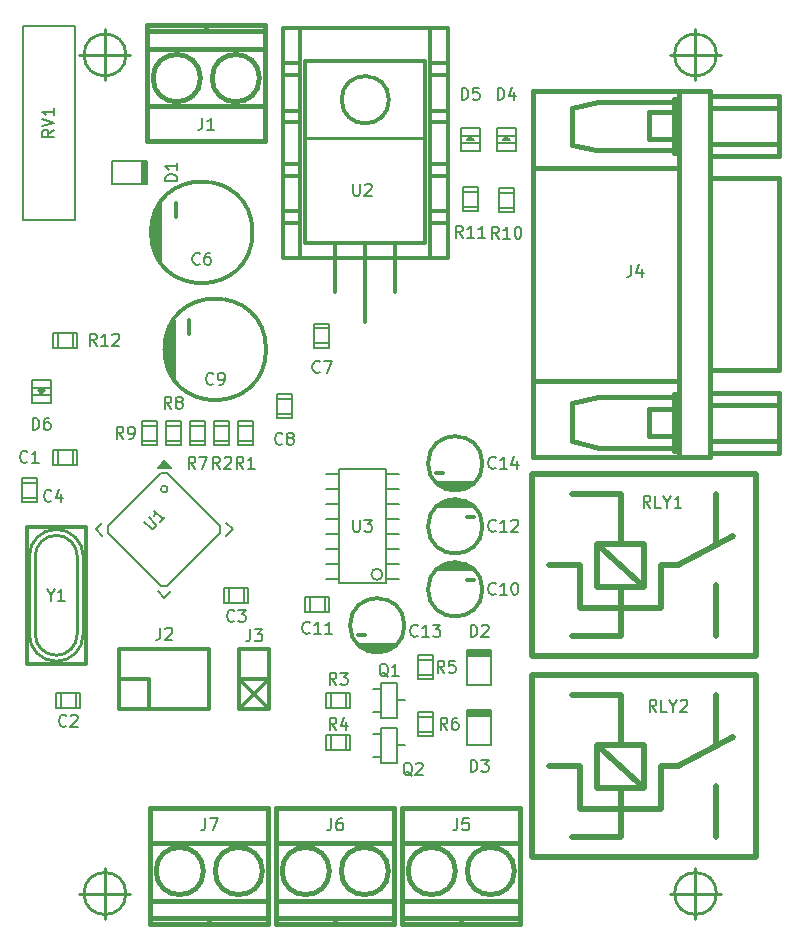
<source format=gto>
G04 #@! TF.FileFunction,Legend,Top*
%FSLAX46Y46*%
G04 Gerber Fmt 4.6, Leading zero omitted, Abs format (unit mm)*
G04 Created by KiCad (PCBNEW 4.0.6) date 12/06/17 14:38:59*
%MOMM*%
%LPD*%
G01*
G04 APERTURE LIST*
%ADD10C,0.100000*%
%ADD11C,0.254000*%
%ADD12C,0.127000*%
%ADD13C,0.304800*%
%ADD14C,0.300000*%
%ADD15C,0.381000*%
%ADD16C,0.508000*%
%ADD17C,0.203200*%
%ADD18C,0.149860*%
%ADD19C,0.299720*%
%ADD20C,0.150000*%
G04 APERTURE END LIST*
D10*
D11*
X78000000Y-15841000D02*
X78000000Y-20159000D01*
X75841000Y-18000000D02*
X80159000Y-18000000D01*
X79778000Y-18000000D02*
G75*
G03X79778000Y-18000000I-1778000J0D01*
G01*
X28000000Y-15841000D02*
X28000000Y-20159000D01*
X25841000Y-18000000D02*
X30159000Y-18000000D01*
X29778000Y-18000000D02*
G75*
G03X29778000Y-18000000I-1778000J0D01*
G01*
X28000000Y-86841000D02*
X28000000Y-91159000D01*
X25841000Y-89000000D02*
X30159000Y-89000000D01*
X29778000Y-89000000D02*
G75*
G03X29778000Y-89000000I-1778000J0D01*
G01*
D12*
X22606000Y-46682660D02*
X22905720Y-46382940D01*
X22905720Y-46382940D02*
X22306280Y-46382940D01*
X22306280Y-46382940D02*
X22606000Y-46682660D01*
X22506940Y-46581060D02*
X22705060Y-46581060D01*
X22806660Y-46482000D02*
X22405340Y-46482000D01*
X21805900Y-46781720D02*
X23406100Y-46781720D01*
X23406100Y-46182280D02*
X21805900Y-46182280D01*
X23406100Y-45481240D02*
X23406100Y-47482760D01*
X23406100Y-47482760D02*
X21805900Y-47482760D01*
X21805900Y-47482760D02*
X21805900Y-45481240D01*
X21805900Y-45481240D02*
X23406100Y-45481240D01*
X58928000Y-24945340D02*
X58628280Y-25245060D01*
X58628280Y-25245060D02*
X59227720Y-25245060D01*
X59227720Y-25245060D02*
X58928000Y-24945340D01*
X59027060Y-25046940D02*
X58828940Y-25046940D01*
X58727340Y-25146000D02*
X59128660Y-25146000D01*
X59728100Y-24846280D02*
X58127900Y-24846280D01*
X58127900Y-25445720D02*
X59728100Y-25445720D01*
X58127900Y-26146760D02*
X58127900Y-24145240D01*
X58127900Y-24145240D02*
X59728100Y-24145240D01*
X59728100Y-24145240D02*
X59728100Y-26146760D01*
X59728100Y-26146760D02*
X58127900Y-26146760D01*
X61976000Y-24945340D02*
X61676280Y-25245060D01*
X61676280Y-25245060D02*
X62275720Y-25245060D01*
X62275720Y-25245060D02*
X61976000Y-24945340D01*
X62075060Y-25046940D02*
X61876940Y-25046940D01*
X61775340Y-25146000D02*
X62176660Y-25146000D01*
X62776100Y-24846280D02*
X61175900Y-24846280D01*
X61175900Y-25445720D02*
X62776100Y-25445720D01*
X61175900Y-26146760D02*
X61175900Y-24145240D01*
X61175900Y-24145240D02*
X62776100Y-24145240D01*
X62776100Y-24145240D02*
X62776100Y-26146760D01*
X62776100Y-26146760D02*
X61175900Y-26146760D01*
D13*
X52038432Y-21793200D02*
G75*
G03X52038432Y-21793200I-2000432J0D01*
G01*
X55537100Y-32217360D02*
X57038240Y-32217360D01*
X55537100Y-31219140D02*
X57038240Y-31219140D01*
X55537100Y-28216860D02*
X57038240Y-28216860D01*
X55537100Y-27218640D02*
X57038240Y-27218640D01*
X55537100Y-23718520D02*
X57038240Y-23718520D01*
X55537100Y-22717760D02*
X57038240Y-22717760D01*
X55537100Y-19718020D02*
X57038240Y-19718020D01*
X55537100Y-18717260D02*
X57038240Y-18717260D01*
X43037760Y-18717260D02*
X44538900Y-18717260D01*
X43037760Y-19718020D02*
X44538900Y-19718020D01*
X43037760Y-22717760D02*
X44538900Y-22717760D01*
X43037760Y-23718520D02*
X44538900Y-23718520D01*
X43037760Y-27218640D02*
X44538900Y-27218640D01*
X43037760Y-28216860D02*
X44538900Y-28216860D01*
X43037760Y-31219140D02*
X44538900Y-31219140D01*
X43037760Y-32217360D02*
X44538900Y-32217360D01*
X55537100Y-15717520D02*
X55537100Y-35217100D01*
X44538900Y-35217100D02*
X44538900Y-15717520D01*
X43037760Y-35217100D02*
X57038240Y-35217100D01*
X57038240Y-35217100D02*
X57038240Y-15717520D01*
X57038240Y-15717520D02*
X43037760Y-15717520D01*
X43037760Y-15717520D02*
X43037760Y-35217100D01*
X50038000Y-33909000D02*
X50038000Y-40640000D01*
X52578000Y-38100000D02*
X52578000Y-33909000D01*
X47498000Y-38100000D02*
X47498000Y-33909000D01*
X44958000Y-33909000D02*
X55118000Y-33909000D01*
X55118000Y-18542000D02*
X44958000Y-18542000D01*
X55118000Y-33909000D02*
X55118000Y-18542000D01*
X44958000Y-18542000D02*
X44958000Y-33909000D01*
D11*
X55118000Y-25019000D02*
X44958000Y-25019000D01*
D12*
X31498540Y-28940760D02*
X31498540Y-26939240D01*
X31399480Y-26939240D02*
X31399480Y-28940760D01*
X31297880Y-28940760D02*
X31297880Y-26939240D01*
X31198820Y-26939240D02*
X31198820Y-28940760D01*
X31099760Y-26939240D02*
X31099760Y-28940760D01*
X31600140Y-26939240D02*
X28597860Y-26939240D01*
X28597860Y-26939240D02*
X28597860Y-28940760D01*
X28597860Y-28940760D02*
X31600140Y-28940760D01*
X31600140Y-28940760D02*
X31600140Y-26939240D01*
X25273000Y-51435000D02*
X25273000Y-52705000D01*
X24003000Y-51435000D02*
X24003000Y-52679600D01*
X23622000Y-51435000D02*
X25654000Y-51435000D01*
X25654000Y-51435000D02*
X25654000Y-52705000D01*
X25654000Y-52705000D02*
X23622000Y-52705000D01*
X23622000Y-52705000D02*
X23622000Y-51435000D01*
X24257000Y-73279000D02*
X24257000Y-72009000D01*
X25527000Y-73279000D02*
X25527000Y-72034400D01*
X25908000Y-73279000D02*
X23876000Y-73279000D01*
X23876000Y-73279000D02*
X23876000Y-72009000D01*
X23876000Y-72009000D02*
X25908000Y-72009000D01*
X25908000Y-72009000D02*
X25908000Y-73279000D01*
X38481000Y-64389000D02*
X38481000Y-63119000D01*
X39751000Y-64389000D02*
X39751000Y-63144400D01*
X40132000Y-64389000D02*
X38100000Y-64389000D01*
X38100000Y-64389000D02*
X38100000Y-63119000D01*
X38100000Y-63119000D02*
X40132000Y-63119000D01*
X40132000Y-63119000D02*
X40132000Y-64389000D01*
X22225000Y-55499000D02*
X20955000Y-55499000D01*
X22225000Y-54229000D02*
X20980400Y-54229000D01*
X22225000Y-53848000D02*
X22225000Y-55880000D01*
X22225000Y-55880000D02*
X20955000Y-55880000D01*
X20955000Y-55880000D02*
X20955000Y-53848000D01*
X20955000Y-53848000D02*
X22225000Y-53848000D01*
D13*
X32695000Y-35420000D02*
X32695000Y-30620000D01*
X40495000Y-33020000D02*
G75*
G03X40495000Y-33020000I-4300000J0D01*
G01*
X32495000Y-34820000D02*
X32495000Y-31220000D01*
X32295000Y-34420000D02*
X32295000Y-31620000D01*
X32095000Y-33820000D02*
X32095000Y-32120000D01*
D14*
X33995000Y-31720000D02*
X33995000Y-30520000D01*
D12*
X45720000Y-41148000D02*
X46990000Y-41148000D01*
X45720000Y-42418000D02*
X46964600Y-42418000D01*
X45720000Y-42799000D02*
X45720000Y-40767000D01*
X45720000Y-40767000D02*
X46990000Y-40767000D01*
X46990000Y-40767000D02*
X46990000Y-42799000D01*
X46990000Y-42799000D02*
X45720000Y-42799000D01*
X42545000Y-47117000D02*
X43815000Y-47117000D01*
X42545000Y-48387000D02*
X43789600Y-48387000D01*
X42545000Y-48768000D02*
X42545000Y-46736000D01*
X42545000Y-46736000D02*
X43815000Y-46736000D01*
X43815000Y-46736000D02*
X43815000Y-48768000D01*
X43815000Y-48768000D02*
X42545000Y-48768000D01*
D13*
X33838000Y-45326000D02*
X33838000Y-40526000D01*
X41638000Y-42926000D02*
G75*
G03X41638000Y-42926000I-4300000J0D01*
G01*
X33638000Y-44726000D02*
X33638000Y-41126000D01*
X33438000Y-44326000D02*
X33438000Y-41526000D01*
X33238000Y-43726000D02*
X33238000Y-42026000D01*
D14*
X35138000Y-41626000D02*
X35138000Y-40426000D01*
D12*
X46609000Y-63881000D02*
X46609000Y-65151000D01*
X45339000Y-63881000D02*
X45339000Y-65125600D01*
X44958000Y-63881000D02*
X46990000Y-63881000D01*
X46990000Y-63881000D02*
X46990000Y-65151000D01*
X46990000Y-65151000D02*
X44958000Y-65151000D01*
X44958000Y-65151000D02*
X44958000Y-63881000D01*
X60690760Y-68450460D02*
X58689240Y-68450460D01*
X58689240Y-68549520D02*
X60690760Y-68549520D01*
X60690760Y-68651120D02*
X58689240Y-68651120D01*
X58689240Y-68750180D02*
X60690760Y-68750180D01*
X58689240Y-68849240D02*
X60690760Y-68849240D01*
X58689240Y-68348860D02*
X58689240Y-71351140D01*
X58689240Y-71351140D02*
X60690760Y-71351140D01*
X60690760Y-71351140D02*
X60690760Y-68348860D01*
X60690760Y-68348860D02*
X58689240Y-68348860D01*
X60690760Y-73530460D02*
X58689240Y-73530460D01*
X58689240Y-73629520D02*
X60690760Y-73629520D01*
X60690760Y-73731120D02*
X58689240Y-73731120D01*
X58689240Y-73830180D02*
X60690760Y-73830180D01*
X58689240Y-73929240D02*
X60690760Y-73929240D01*
X58689240Y-73428860D02*
X58689240Y-76431140D01*
X58689240Y-76431140D02*
X60690760Y-76431140D01*
X60690760Y-76431140D02*
X60690760Y-73428860D01*
X60690760Y-73428860D02*
X58689240Y-73428860D01*
D15*
X36576000Y-15966000D02*
X36576000Y-15466000D01*
X36076000Y-19966000D02*
G75*
G03X36076000Y-19966000I-2000000J0D01*
G01*
X41076000Y-19966000D02*
G75*
G03X41076000Y-19966000I-2000000J0D01*
G01*
X41576000Y-17466000D02*
X31576000Y-17466000D01*
X41576000Y-22366000D02*
X31576000Y-22366000D01*
X41576000Y-15966000D02*
X31576000Y-15966000D01*
X41576000Y-15466000D02*
X31576000Y-15466000D01*
X31576000Y-15466000D02*
X31576000Y-25266000D01*
X31576000Y-25266000D02*
X41576000Y-25266000D01*
X41576000Y-25266000D02*
X41576000Y-15466000D01*
D13*
X29210000Y-68326000D02*
X36830000Y-68326000D01*
X36830000Y-68326000D02*
X36830000Y-73406000D01*
X36830000Y-73406000D02*
X29210000Y-73406000D01*
X29210000Y-70866000D02*
X31750000Y-70866000D01*
X31750000Y-70866000D02*
X31750000Y-73406000D01*
X29210000Y-68326000D02*
X29210000Y-73406000D01*
X39370000Y-70866000D02*
X41910000Y-70866000D01*
X41910000Y-70866000D02*
X39370000Y-73406000D01*
X41910000Y-73406000D02*
X39370000Y-70866000D01*
X41910000Y-68326000D02*
X41910000Y-73406000D01*
X39370000Y-73406000D02*
X39370000Y-68326000D01*
X41910000Y-73406000D02*
X39370000Y-73406000D01*
X39370000Y-68326000D02*
X41910000Y-68326000D01*
D15*
X76200000Y-26035000D02*
X69596000Y-26035000D01*
X69596000Y-26035000D02*
X67564000Y-25654000D01*
X67564000Y-25654000D02*
X67564000Y-22479000D01*
X67564000Y-22479000D02*
X69723000Y-21971000D01*
X69723000Y-21971000D02*
X76200000Y-21971000D01*
X67564000Y-47498000D02*
X69723000Y-46990000D01*
X69723000Y-46990000D02*
X76200000Y-46990000D01*
X76200000Y-51308000D02*
X69850000Y-51308000D01*
X69850000Y-51308000D02*
X67564000Y-50673000D01*
X67564000Y-50673000D02*
X67564000Y-47498000D01*
X76200000Y-21717000D02*
X76200000Y-26289000D01*
X76200000Y-26289000D02*
X76454000Y-26289000D01*
X76454000Y-26289000D02*
X76454000Y-21717000D01*
X76454000Y-21717000D02*
X76200000Y-21717000D01*
X76200000Y-46736000D02*
X76200000Y-51562000D01*
X76200000Y-51562000D02*
X76454000Y-51562000D01*
X76454000Y-51562000D02*
X76454000Y-46736000D01*
X76454000Y-46736000D02*
X76200000Y-46736000D01*
X76581000Y-25146000D02*
X74041000Y-25146000D01*
X74041000Y-25146000D02*
X74041000Y-22860000D01*
X74041000Y-22860000D02*
X76581000Y-22860000D01*
X76581000Y-50292000D02*
X74041000Y-50292000D01*
X74041000Y-50292000D02*
X74041000Y-48006000D01*
X74041000Y-48006000D02*
X76581000Y-48006000D01*
X76581000Y-27559000D02*
X64262000Y-27559000D01*
X76581000Y-45593000D02*
X64262000Y-45593000D01*
X76581000Y-52070000D02*
X76581000Y-21082000D01*
X79248000Y-47625000D02*
X85090000Y-47625000D01*
X79248000Y-50673000D02*
X85090000Y-50673000D01*
X79248000Y-22479000D02*
X85090000Y-22479000D01*
X79248000Y-25527000D02*
X85090000Y-25527000D01*
X79248000Y-26543000D02*
X85090000Y-26543000D01*
X85090000Y-26543000D02*
X85090000Y-21463000D01*
X85090000Y-21463000D02*
X79375000Y-21463000D01*
X79248000Y-51689000D02*
X85090000Y-51689000D01*
X85090000Y-51689000D02*
X85090000Y-46609000D01*
X85090000Y-46609000D02*
X79375000Y-46609000D01*
X79248000Y-44704000D02*
X85090000Y-44704000D01*
X85090000Y-44704000D02*
X85090000Y-28448000D01*
X85090000Y-28448000D02*
X79248000Y-28448000D01*
X79248000Y-52070000D02*
X79248000Y-21082000D01*
X79248000Y-21082000D02*
X64262000Y-21082000D01*
X64262000Y-21082000D02*
X64262000Y-52070000D01*
X64262000Y-52070000D02*
X79248000Y-52070000D01*
X58166000Y-91095000D02*
X58166000Y-91595000D01*
X62666000Y-87095000D02*
G75*
G03X62666000Y-87095000I-2000000J0D01*
G01*
X57666000Y-87095000D02*
G75*
G03X57666000Y-87095000I-2000000J0D01*
G01*
X53166000Y-89595000D02*
X63166000Y-89595000D01*
X53166000Y-84695000D02*
X63166000Y-84695000D01*
X53166000Y-91095000D02*
X63166000Y-91095000D01*
X53166000Y-91595000D02*
X63166000Y-91595000D01*
X63166000Y-91595000D02*
X63166000Y-81795000D01*
X63166000Y-81795000D02*
X53166000Y-81795000D01*
X53166000Y-81795000D02*
X53166000Y-91595000D01*
X47498000Y-91095000D02*
X47498000Y-91595000D01*
X51998000Y-87095000D02*
G75*
G03X51998000Y-87095000I-2000000J0D01*
G01*
X46998000Y-87095000D02*
G75*
G03X46998000Y-87095000I-2000000J0D01*
G01*
X42498000Y-89595000D02*
X52498000Y-89595000D01*
X42498000Y-84695000D02*
X52498000Y-84695000D01*
X42498000Y-91095000D02*
X52498000Y-91095000D01*
X42498000Y-91595000D02*
X52498000Y-91595000D01*
X52498000Y-91595000D02*
X52498000Y-81795000D01*
X52498000Y-81795000D02*
X42498000Y-81795000D01*
X42498000Y-81795000D02*
X42498000Y-91595000D01*
X36830000Y-91095000D02*
X36830000Y-91595000D01*
X41330000Y-87095000D02*
G75*
G03X41330000Y-87095000I-2000000J0D01*
G01*
X36330000Y-87095000D02*
G75*
G03X36330000Y-87095000I-2000000J0D01*
G01*
X31830000Y-89595000D02*
X41830000Y-89595000D01*
X31830000Y-84695000D02*
X41830000Y-84695000D01*
X31830000Y-91095000D02*
X41830000Y-91095000D01*
X31830000Y-91595000D02*
X41830000Y-91595000D01*
X41830000Y-91595000D02*
X41830000Y-81795000D01*
X41830000Y-81795000D02*
X31830000Y-81795000D01*
X31830000Y-81795000D02*
X31830000Y-91595000D01*
D12*
X51371500Y-73596500D02*
X50711100Y-73596500D01*
X51371500Y-71691500D02*
X50711100Y-71691500D01*
X52768500Y-72644000D02*
X53428900Y-72644000D01*
X52768500Y-71145400D02*
X52768500Y-74142600D01*
X52768500Y-74142600D02*
X51371500Y-74142600D01*
X51371500Y-74142600D02*
X51371500Y-71145400D01*
X51371500Y-71145400D02*
X52768500Y-71145400D01*
X51371500Y-77406500D02*
X50711100Y-77406500D01*
X51371500Y-75501500D02*
X50711100Y-75501500D01*
X52768500Y-76454000D02*
X53428900Y-76454000D01*
X52768500Y-74955400D02*
X52768500Y-77952600D01*
X52768500Y-77952600D02*
X51371500Y-77952600D01*
X51371500Y-77952600D02*
X51371500Y-74955400D01*
X51371500Y-74955400D02*
X52768500Y-74955400D01*
X39243000Y-49403000D02*
X40513000Y-49403000D01*
X39243000Y-50673000D02*
X40487600Y-50673000D01*
X39243000Y-51054000D02*
X39243000Y-49022000D01*
X39243000Y-49022000D02*
X40513000Y-49022000D01*
X40513000Y-49022000D02*
X40513000Y-51054000D01*
X40513000Y-51054000D02*
X39243000Y-51054000D01*
X37211000Y-49403000D02*
X38481000Y-49403000D01*
X37211000Y-50673000D02*
X38455600Y-50673000D01*
X37211000Y-51054000D02*
X37211000Y-49022000D01*
X37211000Y-49022000D02*
X38481000Y-49022000D01*
X38481000Y-49022000D02*
X38481000Y-51054000D01*
X38481000Y-51054000D02*
X37211000Y-51054000D01*
X48387000Y-72009000D02*
X48387000Y-73279000D01*
X47117000Y-72009000D02*
X47117000Y-73253600D01*
X46736000Y-72009000D02*
X48768000Y-72009000D01*
X48768000Y-72009000D02*
X48768000Y-73279000D01*
X48768000Y-73279000D02*
X46736000Y-73279000D01*
X46736000Y-73279000D02*
X46736000Y-72009000D01*
X48387000Y-75565000D02*
X48387000Y-76835000D01*
X47117000Y-75565000D02*
X47117000Y-76809600D01*
X46736000Y-75565000D02*
X48768000Y-75565000D01*
X48768000Y-75565000D02*
X48768000Y-76835000D01*
X48768000Y-76835000D02*
X46736000Y-76835000D01*
X46736000Y-76835000D02*
X46736000Y-75565000D01*
X55753000Y-70485000D02*
X54483000Y-70485000D01*
X55753000Y-69215000D02*
X54508400Y-69215000D01*
X55753000Y-68834000D02*
X55753000Y-70866000D01*
X55753000Y-70866000D02*
X54483000Y-70866000D01*
X54483000Y-70866000D02*
X54483000Y-68834000D01*
X54483000Y-68834000D02*
X55753000Y-68834000D01*
X55753000Y-75311000D02*
X54483000Y-75311000D01*
X55753000Y-74041000D02*
X54508400Y-74041000D01*
X55753000Y-73660000D02*
X55753000Y-75692000D01*
X55753000Y-75692000D02*
X54483000Y-75692000D01*
X54483000Y-75692000D02*
X54483000Y-73660000D01*
X54483000Y-73660000D02*
X55753000Y-73660000D01*
X35179000Y-49403000D02*
X36449000Y-49403000D01*
X35179000Y-50673000D02*
X36423600Y-50673000D01*
X35179000Y-51054000D02*
X35179000Y-49022000D01*
X35179000Y-49022000D02*
X36449000Y-49022000D01*
X36449000Y-49022000D02*
X36449000Y-51054000D01*
X36449000Y-51054000D02*
X35179000Y-51054000D01*
X33147000Y-49403000D02*
X34417000Y-49403000D01*
X33147000Y-50673000D02*
X34391600Y-50673000D01*
X33147000Y-51054000D02*
X33147000Y-49022000D01*
X33147000Y-49022000D02*
X34417000Y-49022000D01*
X34417000Y-49022000D02*
X34417000Y-51054000D01*
X34417000Y-51054000D02*
X33147000Y-51054000D01*
D16*
X83160000Y-68914000D02*
X83160000Y-53514000D01*
X64160000Y-68914000D02*
X83160000Y-68914000D01*
X64160000Y-53514000D02*
X83160000Y-53514000D01*
X64160000Y-68914000D02*
X64160000Y-53514000D01*
X79760000Y-62914000D02*
X79760000Y-67214000D01*
X79760000Y-55214000D02*
X79760000Y-59514000D01*
X75060000Y-61214000D02*
X76560000Y-61214000D01*
X76560000Y-61214000D02*
X81160000Y-58714000D01*
X75060000Y-64814000D02*
X68260000Y-64814000D01*
X75060000Y-61214000D02*
X75060000Y-64814000D01*
X65560000Y-61214000D02*
X68260000Y-61214000D01*
X68260000Y-61214000D02*
X68260000Y-64814000D01*
X67560000Y-67214000D02*
X71660000Y-67214000D01*
X67560000Y-55214000D02*
X71660000Y-55214000D01*
X71660000Y-55214000D02*
X71660000Y-59414000D01*
X71660000Y-63014000D02*
X71660000Y-67214000D01*
X73660000Y-63014000D02*
X69660000Y-59414000D01*
X69660000Y-63014000D02*
X69660000Y-59414000D01*
X69660000Y-59414000D02*
X73660000Y-59414000D01*
X73660000Y-59414000D02*
X73660000Y-63014000D01*
X73660000Y-63014000D02*
X69660000Y-63014000D01*
X83160000Y-85932000D02*
X83160000Y-70532000D01*
X64160000Y-85932000D02*
X83160000Y-85932000D01*
X64160000Y-70532000D02*
X83160000Y-70532000D01*
X64160000Y-85932000D02*
X64160000Y-70532000D01*
X79760000Y-79932000D02*
X79760000Y-84232000D01*
X79760000Y-72232000D02*
X79760000Y-76532000D01*
X75060000Y-78232000D02*
X76560000Y-78232000D01*
X76560000Y-78232000D02*
X81160000Y-75732000D01*
X75060000Y-81832000D02*
X68260000Y-81832000D01*
X75060000Y-78232000D02*
X75060000Y-81832000D01*
X65560000Y-78232000D02*
X68260000Y-78232000D01*
X68260000Y-78232000D02*
X68260000Y-81832000D01*
X67560000Y-84232000D02*
X71660000Y-84232000D01*
X67560000Y-72232000D02*
X71660000Y-72232000D01*
X71660000Y-72232000D02*
X71660000Y-76432000D01*
X71660000Y-80032000D02*
X71660000Y-84232000D01*
X73660000Y-80032000D02*
X69660000Y-76432000D01*
X69660000Y-80032000D02*
X69660000Y-76432000D01*
X69660000Y-76432000D02*
X73660000Y-76432000D01*
X73660000Y-76432000D02*
X73660000Y-80032000D01*
X73660000Y-80032000D02*
X69660000Y-80032000D01*
D17*
X25441000Y-15549000D02*
X25441000Y-31949000D01*
X25441000Y-31949000D02*
X21041000Y-31949000D01*
X21041000Y-31949000D02*
X21041000Y-15549000D01*
X21041000Y-15549000D02*
X25441000Y-15549000D01*
D18*
X32878112Y-52510235D02*
X33161888Y-52510235D01*
X33301980Y-52650327D02*
X32738020Y-52650327D01*
X32596132Y-52792215D02*
X33443868Y-52792215D01*
X32454244Y-52934103D02*
X33020000Y-52368347D01*
X33020000Y-52368347D02*
X33585756Y-52934103D01*
X33585756Y-52934103D02*
X32454244Y-52934103D01*
X27788103Y-58731756D02*
X27222347Y-58166000D01*
X27222347Y-58166000D02*
X27788103Y-57600244D01*
X33585756Y-63397897D02*
X33020000Y-63963653D01*
X33020000Y-63963653D02*
X32454244Y-63397897D01*
X38251897Y-57600244D02*
X38817653Y-58166000D01*
X38817653Y-58166000D02*
X38251897Y-58731756D01*
D12*
X33303981Y-54753503D02*
G75*
G03X33303981Y-54753503I-283981J0D01*
G01*
X28260464Y-58435408D02*
X28260464Y-57896592D01*
X28260464Y-57896592D02*
X32750592Y-53406464D01*
X32750592Y-53406464D02*
X33289408Y-53406464D01*
X33289408Y-53406464D02*
X37779536Y-57896592D01*
X37779536Y-57896592D02*
X37779536Y-58435408D01*
X37779536Y-58435408D02*
X33289408Y-62925536D01*
X33289408Y-62925536D02*
X32750592Y-62925536D01*
X32750592Y-62925536D02*
X28260464Y-58435408D01*
X47802800Y-59817000D02*
X46710600Y-59817000D01*
X47802800Y-58547000D02*
X46710600Y-58547000D01*
X47802800Y-57277000D02*
X46710600Y-57277000D01*
X47802800Y-61087000D02*
X46710600Y-61087000D01*
X46710600Y-62357000D02*
X47802800Y-62357000D01*
X46710600Y-56007000D02*
X47802800Y-56007000D01*
X46710600Y-54737000D02*
X47802800Y-54737000D01*
X46710600Y-53467000D02*
X47802800Y-53467000D01*
X51765200Y-53467000D02*
X52857400Y-53467000D01*
X51765200Y-54737000D02*
X52857400Y-54737000D01*
X51765200Y-56007000D02*
X52857400Y-56007000D01*
X51765200Y-62357000D02*
X52857400Y-62357000D01*
X52857400Y-61087000D02*
X51765200Y-61087000D01*
X52857400Y-57277000D02*
X51765200Y-57277000D01*
X52857400Y-58547000D02*
X51765200Y-58547000D01*
X52857400Y-59817000D02*
X51765200Y-59817000D01*
X51501067Y-61976000D02*
G75*
G03X51501067Y-61976000I-472467J0D01*
G01*
X47802800Y-62738000D02*
X51765200Y-62738000D01*
X51765200Y-62738000D02*
X51765200Y-53086000D01*
X51765200Y-53086000D02*
X47802800Y-53086000D01*
X47802800Y-53086000D02*
X47802800Y-62738000D01*
D19*
X21376640Y-69552820D02*
X26375360Y-69552820D01*
X26375360Y-69552820D02*
X26375360Y-57955180D01*
X26375360Y-57955180D02*
X21376640Y-57955180D01*
X21376640Y-57955180D02*
X21376640Y-69552820D01*
D11*
X23876000Y-58166000D02*
G75*
G03X21590000Y-60452000I0J-2286000D01*
G01*
X25654000Y-67056000D02*
X25654000Y-60452000D01*
X22098000Y-60452000D02*
X22098000Y-67056000D01*
X25654000Y-60452000D02*
G75*
G03X23876000Y-58674000I-1778000J0D01*
G01*
X23876000Y-58674000D02*
G75*
G03X22098000Y-60452000I0J-1778000D01*
G01*
X23876000Y-68834000D02*
G75*
G03X25654000Y-67056000I0J1778000D01*
G01*
X22098000Y-67056000D02*
G75*
G03X23876000Y-68834000I1778000J0D01*
G01*
X26162000Y-60452000D02*
G75*
G03X23876000Y-58166000I-2286000J0D01*
G01*
X26162000Y-60452000D02*
X26162000Y-67056000D01*
X21590000Y-67056000D02*
X21590000Y-60452000D01*
X23876000Y-69342000D02*
G75*
G03X26162000Y-67056000I0J2286000D01*
G01*
X21590000Y-67056000D02*
G75*
G03X23876000Y-69342000I2286000J0D01*
G01*
D12*
X32385000Y-50673000D02*
X31115000Y-50673000D01*
X32385000Y-49403000D02*
X31140400Y-49403000D01*
X32385000Y-49022000D02*
X32385000Y-51054000D01*
X32385000Y-51054000D02*
X31115000Y-51054000D01*
X31115000Y-51054000D02*
X31115000Y-49022000D01*
X31115000Y-49022000D02*
X32385000Y-49022000D01*
D13*
X56958000Y-61146000D02*
X58358000Y-61146000D01*
X56458000Y-61346000D02*
X58858000Y-61346000D01*
X56158000Y-61546000D02*
X59158000Y-61546000D01*
D14*
X58658000Y-62446000D02*
X59258000Y-62446000D01*
D13*
X59958000Y-63246000D02*
G75*
G03X59958000Y-63246000I-2300000J0D01*
G01*
X56958000Y-55812000D02*
X58358000Y-55812000D01*
X56458000Y-56012000D02*
X58858000Y-56012000D01*
X56158000Y-56212000D02*
X59158000Y-56212000D01*
D14*
X58658000Y-57112000D02*
X59258000Y-57112000D01*
D13*
X59958000Y-57912000D02*
G75*
G03X59958000Y-57912000I-2300000J0D01*
G01*
X51754000Y-68394000D02*
X50354000Y-68394000D01*
X52254000Y-68194000D02*
X49854000Y-68194000D01*
X52554000Y-67994000D02*
X49554000Y-67994000D01*
D14*
X50054000Y-67094000D02*
X49454000Y-67094000D01*
D13*
X53354000Y-66294000D02*
G75*
G03X53354000Y-66294000I-2300000J0D01*
G01*
X58358000Y-54678000D02*
X56958000Y-54678000D01*
X58858000Y-54478000D02*
X56458000Y-54478000D01*
X59158000Y-54278000D02*
X56158000Y-54278000D01*
D14*
X56658000Y-53378000D02*
X56058000Y-53378000D01*
D13*
X59958000Y-52578000D02*
G75*
G03X59958000Y-52578000I-2300000J0D01*
G01*
D12*
X61365000Y-29665000D02*
X62635000Y-29665000D01*
X61365000Y-30935000D02*
X62609600Y-30935000D01*
X61365000Y-31316000D02*
X61365000Y-29284000D01*
X61365000Y-29284000D02*
X62635000Y-29284000D01*
X62635000Y-29284000D02*
X62635000Y-31316000D01*
X62635000Y-31316000D02*
X61365000Y-31316000D01*
X58293000Y-29591000D02*
X59563000Y-29591000D01*
X58293000Y-30861000D02*
X59537600Y-30861000D01*
X58293000Y-31242000D02*
X58293000Y-29210000D01*
X58293000Y-29210000D02*
X59563000Y-29210000D01*
X59563000Y-29210000D02*
X59563000Y-31242000D01*
X59563000Y-31242000D02*
X58293000Y-31242000D01*
X24003000Y-42799000D02*
X24003000Y-41529000D01*
X25273000Y-42799000D02*
X25273000Y-41554400D01*
X25654000Y-42799000D02*
X23622000Y-42799000D01*
X23622000Y-42799000D02*
X23622000Y-41529000D01*
X23622000Y-41529000D02*
X25654000Y-41529000D01*
X25654000Y-41529000D02*
X25654000Y-42799000D01*
D11*
X78000000Y-86841000D02*
X78000000Y-91159000D01*
X75841000Y-89000000D02*
X80159000Y-89000000D01*
X79778000Y-89000000D02*
G75*
G03X79778000Y-89000000I-1778000J0D01*
G01*
D20*
X21867905Y-49728381D02*
X21867905Y-48728381D01*
X22106000Y-48728381D01*
X22248858Y-48776000D01*
X22344096Y-48871238D01*
X22391715Y-48966476D01*
X22439334Y-49156952D01*
X22439334Y-49299810D01*
X22391715Y-49490286D01*
X22344096Y-49585524D01*
X22248858Y-49680762D01*
X22106000Y-49728381D01*
X21867905Y-49728381D01*
X23296477Y-48728381D02*
X23106000Y-48728381D01*
X23010762Y-48776000D01*
X22963143Y-48823619D01*
X22867905Y-48966476D01*
X22820286Y-49156952D01*
X22820286Y-49537905D01*
X22867905Y-49633143D01*
X22915524Y-49680762D01*
X23010762Y-49728381D01*
X23201239Y-49728381D01*
X23296477Y-49680762D01*
X23344096Y-49633143D01*
X23391715Y-49537905D01*
X23391715Y-49299810D01*
X23344096Y-49204571D01*
X23296477Y-49156952D01*
X23201239Y-49109333D01*
X23010762Y-49109333D01*
X22915524Y-49156952D01*
X22867905Y-49204571D01*
X22820286Y-49299810D01*
X58189905Y-21788381D02*
X58189905Y-20788381D01*
X58428000Y-20788381D01*
X58570858Y-20836000D01*
X58666096Y-20931238D01*
X58713715Y-21026476D01*
X58761334Y-21216952D01*
X58761334Y-21359810D01*
X58713715Y-21550286D01*
X58666096Y-21645524D01*
X58570858Y-21740762D01*
X58428000Y-21788381D01*
X58189905Y-21788381D01*
X59666096Y-20788381D02*
X59189905Y-20788381D01*
X59142286Y-21264571D01*
X59189905Y-21216952D01*
X59285143Y-21169333D01*
X59523239Y-21169333D01*
X59618477Y-21216952D01*
X59666096Y-21264571D01*
X59713715Y-21359810D01*
X59713715Y-21597905D01*
X59666096Y-21693143D01*
X59618477Y-21740762D01*
X59523239Y-21788381D01*
X59285143Y-21788381D01*
X59189905Y-21740762D01*
X59142286Y-21693143D01*
X61237905Y-21788381D02*
X61237905Y-20788381D01*
X61476000Y-20788381D01*
X61618858Y-20836000D01*
X61714096Y-20931238D01*
X61761715Y-21026476D01*
X61809334Y-21216952D01*
X61809334Y-21359810D01*
X61761715Y-21550286D01*
X61714096Y-21645524D01*
X61618858Y-21740762D01*
X61476000Y-21788381D01*
X61237905Y-21788381D01*
X62666477Y-21121714D02*
X62666477Y-21788381D01*
X62428381Y-20740762D02*
X62190286Y-21455048D01*
X62809334Y-21455048D01*
X49022095Y-28916381D02*
X49022095Y-29725905D01*
X49069714Y-29821143D01*
X49117333Y-29868762D01*
X49212571Y-29916381D01*
X49403048Y-29916381D01*
X49498286Y-29868762D01*
X49545905Y-29821143D01*
X49593524Y-29725905D01*
X49593524Y-28916381D01*
X50022095Y-29011619D02*
X50069714Y-28964000D01*
X50164952Y-28916381D01*
X50403048Y-28916381D01*
X50498286Y-28964000D01*
X50545905Y-29011619D01*
X50593524Y-29106857D01*
X50593524Y-29202095D01*
X50545905Y-29344952D01*
X49974476Y-29916381D01*
X50593524Y-29916381D01*
X34107381Y-28678095D02*
X33107381Y-28678095D01*
X33107381Y-28440000D01*
X33155000Y-28297142D01*
X33250238Y-28201904D01*
X33345476Y-28154285D01*
X33535952Y-28106666D01*
X33678810Y-28106666D01*
X33869286Y-28154285D01*
X33964524Y-28201904D01*
X34059762Y-28297142D01*
X34107381Y-28440000D01*
X34107381Y-28678095D01*
X34107381Y-27154285D02*
X34107381Y-27725714D01*
X34107381Y-27440000D02*
X33107381Y-27440000D01*
X33250238Y-27535238D01*
X33345476Y-27630476D01*
X33393095Y-27725714D01*
X21423334Y-52427143D02*
X21375715Y-52474762D01*
X21232858Y-52522381D01*
X21137620Y-52522381D01*
X20994762Y-52474762D01*
X20899524Y-52379524D01*
X20851905Y-52284286D01*
X20804286Y-52093810D01*
X20804286Y-51950952D01*
X20851905Y-51760476D01*
X20899524Y-51665238D01*
X20994762Y-51570000D01*
X21137620Y-51522381D01*
X21232858Y-51522381D01*
X21375715Y-51570000D01*
X21423334Y-51617619D01*
X22375715Y-52522381D02*
X21804286Y-52522381D01*
X22090000Y-52522381D02*
X22090000Y-51522381D01*
X21994762Y-51665238D01*
X21899524Y-51760476D01*
X21804286Y-51808095D01*
X24725334Y-74779143D02*
X24677715Y-74826762D01*
X24534858Y-74874381D01*
X24439620Y-74874381D01*
X24296762Y-74826762D01*
X24201524Y-74731524D01*
X24153905Y-74636286D01*
X24106286Y-74445810D01*
X24106286Y-74302952D01*
X24153905Y-74112476D01*
X24201524Y-74017238D01*
X24296762Y-73922000D01*
X24439620Y-73874381D01*
X24534858Y-73874381D01*
X24677715Y-73922000D01*
X24725334Y-73969619D01*
X25106286Y-73969619D02*
X25153905Y-73922000D01*
X25249143Y-73874381D01*
X25487239Y-73874381D01*
X25582477Y-73922000D01*
X25630096Y-73969619D01*
X25677715Y-74064857D01*
X25677715Y-74160095D01*
X25630096Y-74302952D01*
X25058667Y-74874381D01*
X25677715Y-74874381D01*
X38949334Y-65889143D02*
X38901715Y-65936762D01*
X38758858Y-65984381D01*
X38663620Y-65984381D01*
X38520762Y-65936762D01*
X38425524Y-65841524D01*
X38377905Y-65746286D01*
X38330286Y-65555810D01*
X38330286Y-65412952D01*
X38377905Y-65222476D01*
X38425524Y-65127238D01*
X38520762Y-65032000D01*
X38663620Y-64984381D01*
X38758858Y-64984381D01*
X38901715Y-65032000D01*
X38949334Y-65079619D01*
X39282667Y-64984381D02*
X39901715Y-64984381D01*
X39568381Y-65365333D01*
X39711239Y-65365333D01*
X39806477Y-65412952D01*
X39854096Y-65460571D01*
X39901715Y-65555810D01*
X39901715Y-65793905D01*
X39854096Y-65889143D01*
X39806477Y-65936762D01*
X39711239Y-65984381D01*
X39425524Y-65984381D01*
X39330286Y-65936762D01*
X39282667Y-65889143D01*
X23455334Y-55729143D02*
X23407715Y-55776762D01*
X23264858Y-55824381D01*
X23169620Y-55824381D01*
X23026762Y-55776762D01*
X22931524Y-55681524D01*
X22883905Y-55586286D01*
X22836286Y-55395810D01*
X22836286Y-55252952D01*
X22883905Y-55062476D01*
X22931524Y-54967238D01*
X23026762Y-54872000D01*
X23169620Y-54824381D01*
X23264858Y-54824381D01*
X23407715Y-54872000D01*
X23455334Y-54919619D01*
X24312477Y-55157714D02*
X24312477Y-55824381D01*
X24074381Y-54776762D02*
X23836286Y-55491048D01*
X24455334Y-55491048D01*
X36028334Y-35663143D02*
X35980715Y-35710762D01*
X35837858Y-35758381D01*
X35742620Y-35758381D01*
X35599762Y-35710762D01*
X35504524Y-35615524D01*
X35456905Y-35520286D01*
X35409286Y-35329810D01*
X35409286Y-35186952D01*
X35456905Y-34996476D01*
X35504524Y-34901238D01*
X35599762Y-34806000D01*
X35742620Y-34758381D01*
X35837858Y-34758381D01*
X35980715Y-34806000D01*
X36028334Y-34853619D01*
X36885477Y-34758381D02*
X36695000Y-34758381D01*
X36599762Y-34806000D01*
X36552143Y-34853619D01*
X36456905Y-34996476D01*
X36409286Y-35186952D01*
X36409286Y-35567905D01*
X36456905Y-35663143D01*
X36504524Y-35710762D01*
X36599762Y-35758381D01*
X36790239Y-35758381D01*
X36885477Y-35710762D01*
X36933096Y-35663143D01*
X36980715Y-35567905D01*
X36980715Y-35329810D01*
X36933096Y-35234571D01*
X36885477Y-35186952D01*
X36790239Y-35139333D01*
X36599762Y-35139333D01*
X36504524Y-35186952D01*
X36456905Y-35234571D01*
X36409286Y-35329810D01*
X46188334Y-44807143D02*
X46140715Y-44854762D01*
X45997858Y-44902381D01*
X45902620Y-44902381D01*
X45759762Y-44854762D01*
X45664524Y-44759524D01*
X45616905Y-44664286D01*
X45569286Y-44473810D01*
X45569286Y-44330952D01*
X45616905Y-44140476D01*
X45664524Y-44045238D01*
X45759762Y-43950000D01*
X45902620Y-43902381D01*
X45997858Y-43902381D01*
X46140715Y-43950000D01*
X46188334Y-43997619D01*
X46521667Y-43902381D02*
X47188334Y-43902381D01*
X46759762Y-44902381D01*
X43013334Y-50903143D02*
X42965715Y-50950762D01*
X42822858Y-50998381D01*
X42727620Y-50998381D01*
X42584762Y-50950762D01*
X42489524Y-50855524D01*
X42441905Y-50760286D01*
X42394286Y-50569810D01*
X42394286Y-50426952D01*
X42441905Y-50236476D01*
X42489524Y-50141238D01*
X42584762Y-50046000D01*
X42727620Y-49998381D01*
X42822858Y-49998381D01*
X42965715Y-50046000D01*
X43013334Y-50093619D01*
X43584762Y-50426952D02*
X43489524Y-50379333D01*
X43441905Y-50331714D01*
X43394286Y-50236476D01*
X43394286Y-50188857D01*
X43441905Y-50093619D01*
X43489524Y-50046000D01*
X43584762Y-49998381D01*
X43775239Y-49998381D01*
X43870477Y-50046000D01*
X43918096Y-50093619D01*
X43965715Y-50188857D01*
X43965715Y-50236476D01*
X43918096Y-50331714D01*
X43870477Y-50379333D01*
X43775239Y-50426952D01*
X43584762Y-50426952D01*
X43489524Y-50474571D01*
X43441905Y-50522190D01*
X43394286Y-50617429D01*
X43394286Y-50807905D01*
X43441905Y-50903143D01*
X43489524Y-50950762D01*
X43584762Y-50998381D01*
X43775239Y-50998381D01*
X43870477Y-50950762D01*
X43918096Y-50903143D01*
X43965715Y-50807905D01*
X43965715Y-50617429D01*
X43918096Y-50522190D01*
X43870477Y-50474571D01*
X43775239Y-50426952D01*
X37171334Y-45823143D02*
X37123715Y-45870762D01*
X36980858Y-45918381D01*
X36885620Y-45918381D01*
X36742762Y-45870762D01*
X36647524Y-45775524D01*
X36599905Y-45680286D01*
X36552286Y-45489810D01*
X36552286Y-45346952D01*
X36599905Y-45156476D01*
X36647524Y-45061238D01*
X36742762Y-44966000D01*
X36885620Y-44918381D01*
X36980858Y-44918381D01*
X37123715Y-44966000D01*
X37171334Y-45013619D01*
X37647524Y-45918381D02*
X37838000Y-45918381D01*
X37933239Y-45870762D01*
X37980858Y-45823143D01*
X38076096Y-45680286D01*
X38123715Y-45489810D01*
X38123715Y-45108857D01*
X38076096Y-45013619D01*
X38028477Y-44966000D01*
X37933239Y-44918381D01*
X37742762Y-44918381D01*
X37647524Y-44966000D01*
X37599905Y-45013619D01*
X37552286Y-45108857D01*
X37552286Y-45346952D01*
X37599905Y-45442190D01*
X37647524Y-45489810D01*
X37742762Y-45537429D01*
X37933239Y-45537429D01*
X38028477Y-45489810D01*
X38076096Y-45442190D01*
X38123715Y-45346952D01*
X45331143Y-66905143D02*
X45283524Y-66952762D01*
X45140667Y-67000381D01*
X45045429Y-67000381D01*
X44902571Y-66952762D01*
X44807333Y-66857524D01*
X44759714Y-66762286D01*
X44712095Y-66571810D01*
X44712095Y-66428952D01*
X44759714Y-66238476D01*
X44807333Y-66143238D01*
X44902571Y-66048000D01*
X45045429Y-66000381D01*
X45140667Y-66000381D01*
X45283524Y-66048000D01*
X45331143Y-66095619D01*
X46283524Y-67000381D02*
X45712095Y-67000381D01*
X45997809Y-67000381D02*
X45997809Y-66000381D01*
X45902571Y-66143238D01*
X45807333Y-66238476D01*
X45712095Y-66286095D01*
X47235905Y-67000381D02*
X46664476Y-67000381D01*
X46950190Y-67000381D02*
X46950190Y-66000381D01*
X46854952Y-66143238D01*
X46759714Y-66238476D01*
X46664476Y-66286095D01*
X58951905Y-67254381D02*
X58951905Y-66254381D01*
X59190000Y-66254381D01*
X59332858Y-66302000D01*
X59428096Y-66397238D01*
X59475715Y-66492476D01*
X59523334Y-66682952D01*
X59523334Y-66825810D01*
X59475715Y-67016286D01*
X59428096Y-67111524D01*
X59332858Y-67206762D01*
X59190000Y-67254381D01*
X58951905Y-67254381D01*
X59904286Y-66349619D02*
X59951905Y-66302000D01*
X60047143Y-66254381D01*
X60285239Y-66254381D01*
X60380477Y-66302000D01*
X60428096Y-66349619D01*
X60475715Y-66444857D01*
X60475715Y-66540095D01*
X60428096Y-66682952D01*
X59856667Y-67254381D01*
X60475715Y-67254381D01*
X58951905Y-78684381D02*
X58951905Y-77684381D01*
X59190000Y-77684381D01*
X59332858Y-77732000D01*
X59428096Y-77827238D01*
X59475715Y-77922476D01*
X59523334Y-78112952D01*
X59523334Y-78255810D01*
X59475715Y-78446286D01*
X59428096Y-78541524D01*
X59332858Y-78636762D01*
X59190000Y-78684381D01*
X58951905Y-78684381D01*
X59856667Y-77684381D02*
X60475715Y-77684381D01*
X60142381Y-78065333D01*
X60285239Y-78065333D01*
X60380477Y-78112952D01*
X60428096Y-78160571D01*
X60475715Y-78255810D01*
X60475715Y-78493905D01*
X60428096Y-78589143D01*
X60380477Y-78636762D01*
X60285239Y-78684381D01*
X59999524Y-78684381D01*
X59904286Y-78636762D01*
X59856667Y-78589143D01*
X36242667Y-23328381D02*
X36242667Y-24042667D01*
X36195047Y-24185524D01*
X36099809Y-24280762D01*
X35956952Y-24328381D01*
X35861714Y-24328381D01*
X37242667Y-24328381D02*
X36671238Y-24328381D01*
X36956952Y-24328381D02*
X36956952Y-23328381D01*
X36861714Y-23471238D01*
X36766476Y-23566476D01*
X36671238Y-23614095D01*
X32686667Y-66508381D02*
X32686667Y-67222667D01*
X32639047Y-67365524D01*
X32543809Y-67460762D01*
X32400952Y-67508381D01*
X32305714Y-67508381D01*
X33115238Y-66603619D02*
X33162857Y-66556000D01*
X33258095Y-66508381D01*
X33496191Y-66508381D01*
X33591429Y-66556000D01*
X33639048Y-66603619D01*
X33686667Y-66698857D01*
X33686667Y-66794095D01*
X33639048Y-66936952D01*
X33067619Y-67508381D01*
X33686667Y-67508381D01*
X40306667Y-66635381D02*
X40306667Y-67349667D01*
X40259047Y-67492524D01*
X40163809Y-67587762D01*
X40020952Y-67635381D01*
X39925714Y-67635381D01*
X40687619Y-66635381D02*
X41306667Y-66635381D01*
X40973333Y-67016333D01*
X41116191Y-67016333D01*
X41211429Y-67063952D01*
X41259048Y-67111571D01*
X41306667Y-67206810D01*
X41306667Y-67444905D01*
X41259048Y-67540143D01*
X41211429Y-67587762D01*
X41116191Y-67635381D01*
X40830476Y-67635381D01*
X40735238Y-67587762D01*
X40687619Y-67540143D01*
X72564667Y-35774381D02*
X72564667Y-36488667D01*
X72517047Y-36631524D01*
X72421809Y-36726762D01*
X72278952Y-36774381D01*
X72183714Y-36774381D01*
X73469429Y-36107714D02*
X73469429Y-36774381D01*
X73231333Y-35726762D02*
X72993238Y-36441048D01*
X73612286Y-36441048D01*
X57832667Y-82637381D02*
X57832667Y-83351667D01*
X57785047Y-83494524D01*
X57689809Y-83589762D01*
X57546952Y-83637381D01*
X57451714Y-83637381D01*
X58785048Y-82637381D02*
X58308857Y-82637381D01*
X58261238Y-83113571D01*
X58308857Y-83065952D01*
X58404095Y-83018333D01*
X58642191Y-83018333D01*
X58737429Y-83065952D01*
X58785048Y-83113571D01*
X58832667Y-83208810D01*
X58832667Y-83446905D01*
X58785048Y-83542143D01*
X58737429Y-83589762D01*
X58642191Y-83637381D01*
X58404095Y-83637381D01*
X58308857Y-83589762D01*
X58261238Y-83542143D01*
X47164667Y-82637381D02*
X47164667Y-83351667D01*
X47117047Y-83494524D01*
X47021809Y-83589762D01*
X46878952Y-83637381D01*
X46783714Y-83637381D01*
X48069429Y-82637381D02*
X47878952Y-82637381D01*
X47783714Y-82685000D01*
X47736095Y-82732619D01*
X47640857Y-82875476D01*
X47593238Y-83065952D01*
X47593238Y-83446905D01*
X47640857Y-83542143D01*
X47688476Y-83589762D01*
X47783714Y-83637381D01*
X47974191Y-83637381D01*
X48069429Y-83589762D01*
X48117048Y-83542143D01*
X48164667Y-83446905D01*
X48164667Y-83208810D01*
X48117048Y-83113571D01*
X48069429Y-83065952D01*
X47974191Y-83018333D01*
X47783714Y-83018333D01*
X47688476Y-83065952D01*
X47640857Y-83113571D01*
X47593238Y-83208810D01*
X36496667Y-82637381D02*
X36496667Y-83351667D01*
X36449047Y-83494524D01*
X36353809Y-83589762D01*
X36210952Y-83637381D01*
X36115714Y-83637381D01*
X36877619Y-82637381D02*
X37544286Y-82637381D01*
X37115714Y-83637381D01*
X51974762Y-70651619D02*
X51879524Y-70604000D01*
X51784286Y-70508762D01*
X51641429Y-70365905D01*
X51546190Y-70318286D01*
X51450952Y-70318286D01*
X51498571Y-70556381D02*
X51403333Y-70508762D01*
X51308095Y-70413524D01*
X51260476Y-70223048D01*
X51260476Y-69889714D01*
X51308095Y-69699238D01*
X51403333Y-69604000D01*
X51498571Y-69556381D01*
X51689048Y-69556381D01*
X51784286Y-69604000D01*
X51879524Y-69699238D01*
X51927143Y-69889714D01*
X51927143Y-70223048D01*
X51879524Y-70413524D01*
X51784286Y-70508762D01*
X51689048Y-70556381D01*
X51498571Y-70556381D01*
X52879524Y-70556381D02*
X52308095Y-70556381D01*
X52593809Y-70556381D02*
X52593809Y-69556381D01*
X52498571Y-69699238D01*
X52403333Y-69794476D01*
X52308095Y-69842095D01*
X54006762Y-79033619D02*
X53911524Y-78986000D01*
X53816286Y-78890762D01*
X53673429Y-78747905D01*
X53578190Y-78700286D01*
X53482952Y-78700286D01*
X53530571Y-78938381D02*
X53435333Y-78890762D01*
X53340095Y-78795524D01*
X53292476Y-78605048D01*
X53292476Y-78271714D01*
X53340095Y-78081238D01*
X53435333Y-77986000D01*
X53530571Y-77938381D01*
X53721048Y-77938381D01*
X53816286Y-77986000D01*
X53911524Y-78081238D01*
X53959143Y-78271714D01*
X53959143Y-78605048D01*
X53911524Y-78795524D01*
X53816286Y-78890762D01*
X53721048Y-78938381D01*
X53530571Y-78938381D01*
X54340095Y-78033619D02*
X54387714Y-77986000D01*
X54482952Y-77938381D01*
X54721048Y-77938381D01*
X54816286Y-77986000D01*
X54863905Y-78033619D01*
X54911524Y-78128857D01*
X54911524Y-78224095D01*
X54863905Y-78366952D01*
X54292476Y-78938381D01*
X54911524Y-78938381D01*
X39711334Y-53030381D02*
X39378000Y-52554190D01*
X39139905Y-53030381D02*
X39139905Y-52030381D01*
X39520858Y-52030381D01*
X39616096Y-52078000D01*
X39663715Y-52125619D01*
X39711334Y-52220857D01*
X39711334Y-52363714D01*
X39663715Y-52458952D01*
X39616096Y-52506571D01*
X39520858Y-52554190D01*
X39139905Y-52554190D01*
X40663715Y-53030381D02*
X40092286Y-53030381D01*
X40378000Y-53030381D02*
X40378000Y-52030381D01*
X40282762Y-52173238D01*
X40187524Y-52268476D01*
X40092286Y-52316095D01*
X37742834Y-53030381D02*
X37409500Y-52554190D01*
X37171405Y-53030381D02*
X37171405Y-52030381D01*
X37552358Y-52030381D01*
X37647596Y-52078000D01*
X37695215Y-52125619D01*
X37742834Y-52220857D01*
X37742834Y-52363714D01*
X37695215Y-52458952D01*
X37647596Y-52506571D01*
X37552358Y-52554190D01*
X37171405Y-52554190D01*
X38123786Y-52125619D02*
X38171405Y-52078000D01*
X38266643Y-52030381D01*
X38504739Y-52030381D01*
X38599977Y-52078000D01*
X38647596Y-52125619D01*
X38695215Y-52220857D01*
X38695215Y-52316095D01*
X38647596Y-52458952D01*
X38076167Y-53030381D01*
X38695215Y-53030381D01*
X47585334Y-71318381D02*
X47252000Y-70842190D01*
X47013905Y-71318381D02*
X47013905Y-70318381D01*
X47394858Y-70318381D01*
X47490096Y-70366000D01*
X47537715Y-70413619D01*
X47585334Y-70508857D01*
X47585334Y-70651714D01*
X47537715Y-70746952D01*
X47490096Y-70794571D01*
X47394858Y-70842190D01*
X47013905Y-70842190D01*
X47918667Y-70318381D02*
X48537715Y-70318381D01*
X48204381Y-70699333D01*
X48347239Y-70699333D01*
X48442477Y-70746952D01*
X48490096Y-70794571D01*
X48537715Y-70889810D01*
X48537715Y-71127905D01*
X48490096Y-71223143D01*
X48442477Y-71270762D01*
X48347239Y-71318381D01*
X48061524Y-71318381D01*
X47966286Y-71270762D01*
X47918667Y-71223143D01*
X47585334Y-75128381D02*
X47252000Y-74652190D01*
X47013905Y-75128381D02*
X47013905Y-74128381D01*
X47394858Y-74128381D01*
X47490096Y-74176000D01*
X47537715Y-74223619D01*
X47585334Y-74318857D01*
X47585334Y-74461714D01*
X47537715Y-74556952D01*
X47490096Y-74604571D01*
X47394858Y-74652190D01*
X47013905Y-74652190D01*
X48442477Y-74461714D02*
X48442477Y-75128381D01*
X48204381Y-74080762D02*
X47966286Y-74795048D01*
X48585334Y-74795048D01*
X56729334Y-70302381D02*
X56396000Y-69826190D01*
X56157905Y-70302381D02*
X56157905Y-69302381D01*
X56538858Y-69302381D01*
X56634096Y-69350000D01*
X56681715Y-69397619D01*
X56729334Y-69492857D01*
X56729334Y-69635714D01*
X56681715Y-69730952D01*
X56634096Y-69778571D01*
X56538858Y-69826190D01*
X56157905Y-69826190D01*
X57634096Y-69302381D02*
X57157905Y-69302381D01*
X57110286Y-69778571D01*
X57157905Y-69730952D01*
X57253143Y-69683333D01*
X57491239Y-69683333D01*
X57586477Y-69730952D01*
X57634096Y-69778571D01*
X57681715Y-69873810D01*
X57681715Y-70111905D01*
X57634096Y-70207143D01*
X57586477Y-70254762D01*
X57491239Y-70302381D01*
X57253143Y-70302381D01*
X57157905Y-70254762D01*
X57110286Y-70207143D01*
X56983334Y-75128381D02*
X56650000Y-74652190D01*
X56411905Y-75128381D02*
X56411905Y-74128381D01*
X56792858Y-74128381D01*
X56888096Y-74176000D01*
X56935715Y-74223619D01*
X56983334Y-74318857D01*
X56983334Y-74461714D01*
X56935715Y-74556952D01*
X56888096Y-74604571D01*
X56792858Y-74652190D01*
X56411905Y-74652190D01*
X57840477Y-74128381D02*
X57650000Y-74128381D01*
X57554762Y-74176000D01*
X57507143Y-74223619D01*
X57411905Y-74366476D01*
X57364286Y-74556952D01*
X57364286Y-74937905D01*
X57411905Y-75033143D01*
X57459524Y-75080762D01*
X57554762Y-75128381D01*
X57745239Y-75128381D01*
X57840477Y-75080762D01*
X57888096Y-75033143D01*
X57935715Y-74937905D01*
X57935715Y-74699810D01*
X57888096Y-74604571D01*
X57840477Y-74556952D01*
X57745239Y-74509333D01*
X57554762Y-74509333D01*
X57459524Y-74556952D01*
X57411905Y-74604571D01*
X57364286Y-74699810D01*
X35647334Y-53030381D02*
X35314000Y-52554190D01*
X35075905Y-53030381D02*
X35075905Y-52030381D01*
X35456858Y-52030381D01*
X35552096Y-52078000D01*
X35599715Y-52125619D01*
X35647334Y-52220857D01*
X35647334Y-52363714D01*
X35599715Y-52458952D01*
X35552096Y-52506571D01*
X35456858Y-52554190D01*
X35075905Y-52554190D01*
X35980667Y-52030381D02*
X36647334Y-52030381D01*
X36218762Y-53030381D01*
X33615334Y-47950381D02*
X33282000Y-47474190D01*
X33043905Y-47950381D02*
X33043905Y-46950381D01*
X33424858Y-46950381D01*
X33520096Y-46998000D01*
X33567715Y-47045619D01*
X33615334Y-47140857D01*
X33615334Y-47283714D01*
X33567715Y-47378952D01*
X33520096Y-47426571D01*
X33424858Y-47474190D01*
X33043905Y-47474190D01*
X34186762Y-47378952D02*
X34091524Y-47331333D01*
X34043905Y-47283714D01*
X33996286Y-47188476D01*
X33996286Y-47140857D01*
X34043905Y-47045619D01*
X34091524Y-46998000D01*
X34186762Y-46950381D01*
X34377239Y-46950381D01*
X34472477Y-46998000D01*
X34520096Y-47045619D01*
X34567715Y-47140857D01*
X34567715Y-47188476D01*
X34520096Y-47283714D01*
X34472477Y-47331333D01*
X34377239Y-47378952D01*
X34186762Y-47378952D01*
X34091524Y-47426571D01*
X34043905Y-47474190D01*
X33996286Y-47569429D01*
X33996286Y-47759905D01*
X34043905Y-47855143D01*
X34091524Y-47902762D01*
X34186762Y-47950381D01*
X34377239Y-47950381D01*
X34472477Y-47902762D01*
X34520096Y-47855143D01*
X34567715Y-47759905D01*
X34567715Y-47569429D01*
X34520096Y-47474190D01*
X34472477Y-47426571D01*
X34377239Y-47378952D01*
X74184000Y-56332381D02*
X73850666Y-55856190D01*
X73612571Y-56332381D02*
X73612571Y-55332381D01*
X73993524Y-55332381D01*
X74088762Y-55380000D01*
X74136381Y-55427619D01*
X74184000Y-55522857D01*
X74184000Y-55665714D01*
X74136381Y-55760952D01*
X74088762Y-55808571D01*
X73993524Y-55856190D01*
X73612571Y-55856190D01*
X75088762Y-56332381D02*
X74612571Y-56332381D01*
X74612571Y-55332381D01*
X75612571Y-55856190D02*
X75612571Y-56332381D01*
X75279238Y-55332381D02*
X75612571Y-55856190D01*
X75945905Y-55332381D01*
X76803048Y-56332381D02*
X76231619Y-56332381D01*
X76517333Y-56332381D02*
X76517333Y-55332381D01*
X76422095Y-55475238D01*
X76326857Y-55570476D01*
X76231619Y-55618095D01*
X74692000Y-73604381D02*
X74358666Y-73128190D01*
X74120571Y-73604381D02*
X74120571Y-72604381D01*
X74501524Y-72604381D01*
X74596762Y-72652000D01*
X74644381Y-72699619D01*
X74692000Y-72794857D01*
X74692000Y-72937714D01*
X74644381Y-73032952D01*
X74596762Y-73080571D01*
X74501524Y-73128190D01*
X74120571Y-73128190D01*
X75596762Y-73604381D02*
X75120571Y-73604381D01*
X75120571Y-72604381D01*
X76120571Y-73128190D02*
X76120571Y-73604381D01*
X75787238Y-72604381D02*
X76120571Y-73128190D01*
X76453905Y-72604381D01*
X76739619Y-72699619D02*
X76787238Y-72652000D01*
X76882476Y-72604381D01*
X77120572Y-72604381D01*
X77215810Y-72652000D01*
X77263429Y-72699619D01*
X77311048Y-72794857D01*
X77311048Y-72890095D01*
X77263429Y-73032952D01*
X76692000Y-73604381D01*
X77311048Y-73604381D01*
X23693381Y-24344238D02*
X23217190Y-24677572D01*
X23693381Y-24915667D02*
X22693381Y-24915667D01*
X22693381Y-24534714D01*
X22741000Y-24439476D01*
X22788619Y-24391857D01*
X22883857Y-24344238D01*
X23026714Y-24344238D01*
X23121952Y-24391857D01*
X23169571Y-24439476D01*
X23217190Y-24534714D01*
X23217190Y-24915667D01*
X22693381Y-24058524D02*
X23693381Y-23725191D01*
X22693381Y-23391857D01*
X23693381Y-22534714D02*
X23693381Y-23106143D01*
X23693381Y-22820429D02*
X22693381Y-22820429D01*
X22836238Y-22915667D01*
X22931476Y-23010905D01*
X22979095Y-23106143D01*
X31285804Y-57509300D02*
X31858224Y-58081720D01*
X31959239Y-58115392D01*
X32026582Y-58115392D01*
X32127597Y-58081720D01*
X32262285Y-57947032D01*
X32295957Y-57846017D01*
X32295957Y-57778674D01*
X32262285Y-57677659D01*
X31689865Y-57105239D01*
X33104079Y-57105239D02*
X32700017Y-57509300D01*
X32902048Y-57307270D02*
X32194941Y-56600163D01*
X32228613Y-56768522D01*
X32228613Y-56903208D01*
X32194941Y-57004224D01*
X49022095Y-57364381D02*
X49022095Y-58173905D01*
X49069714Y-58269143D01*
X49117333Y-58316762D01*
X49212571Y-58364381D01*
X49403048Y-58364381D01*
X49498286Y-58316762D01*
X49545905Y-58269143D01*
X49593524Y-58173905D01*
X49593524Y-57364381D01*
X49974476Y-57364381D02*
X50593524Y-57364381D01*
X50260190Y-57745333D01*
X50403048Y-57745333D01*
X50498286Y-57792952D01*
X50545905Y-57840571D01*
X50593524Y-57935810D01*
X50593524Y-58173905D01*
X50545905Y-58269143D01*
X50498286Y-58316762D01*
X50403048Y-58364381D01*
X50117333Y-58364381D01*
X50022095Y-58316762D01*
X49974476Y-58269143D01*
X23399809Y-63730190D02*
X23399809Y-64206381D01*
X23066476Y-63206381D02*
X23399809Y-63730190D01*
X23733143Y-63206381D01*
X24590286Y-64206381D02*
X24018857Y-64206381D01*
X24304571Y-64206381D02*
X24304571Y-63206381D01*
X24209333Y-63349238D01*
X24114095Y-63444476D01*
X24018857Y-63492095D01*
X29551334Y-50490381D02*
X29218000Y-50014190D01*
X28979905Y-50490381D02*
X28979905Y-49490381D01*
X29360858Y-49490381D01*
X29456096Y-49538000D01*
X29503715Y-49585619D01*
X29551334Y-49680857D01*
X29551334Y-49823714D01*
X29503715Y-49918952D01*
X29456096Y-49966571D01*
X29360858Y-50014190D01*
X28979905Y-50014190D01*
X30027524Y-50490381D02*
X30218000Y-50490381D01*
X30313239Y-50442762D01*
X30360858Y-50395143D01*
X30456096Y-50252286D01*
X30503715Y-50061810D01*
X30503715Y-49680857D01*
X30456096Y-49585619D01*
X30408477Y-49538000D01*
X30313239Y-49490381D01*
X30122762Y-49490381D01*
X30027524Y-49538000D01*
X29979905Y-49585619D01*
X29932286Y-49680857D01*
X29932286Y-49918952D01*
X29979905Y-50014190D01*
X30027524Y-50061810D01*
X30122762Y-50109429D01*
X30313239Y-50109429D01*
X30408477Y-50061810D01*
X30456096Y-50014190D01*
X30503715Y-49918952D01*
X61079143Y-63603143D02*
X61031524Y-63650762D01*
X60888667Y-63698381D01*
X60793429Y-63698381D01*
X60650571Y-63650762D01*
X60555333Y-63555524D01*
X60507714Y-63460286D01*
X60460095Y-63269810D01*
X60460095Y-63126952D01*
X60507714Y-62936476D01*
X60555333Y-62841238D01*
X60650571Y-62746000D01*
X60793429Y-62698381D01*
X60888667Y-62698381D01*
X61031524Y-62746000D01*
X61079143Y-62793619D01*
X62031524Y-63698381D02*
X61460095Y-63698381D01*
X61745809Y-63698381D02*
X61745809Y-62698381D01*
X61650571Y-62841238D01*
X61555333Y-62936476D01*
X61460095Y-62984095D01*
X62650571Y-62698381D02*
X62745810Y-62698381D01*
X62841048Y-62746000D01*
X62888667Y-62793619D01*
X62936286Y-62888857D01*
X62983905Y-63079333D01*
X62983905Y-63317429D01*
X62936286Y-63507905D01*
X62888667Y-63603143D01*
X62841048Y-63650762D01*
X62745810Y-63698381D01*
X62650571Y-63698381D01*
X62555333Y-63650762D01*
X62507714Y-63603143D01*
X62460095Y-63507905D01*
X62412476Y-63317429D01*
X62412476Y-63079333D01*
X62460095Y-62888857D01*
X62507714Y-62793619D01*
X62555333Y-62746000D01*
X62650571Y-62698381D01*
X61079143Y-58269143D02*
X61031524Y-58316762D01*
X60888667Y-58364381D01*
X60793429Y-58364381D01*
X60650571Y-58316762D01*
X60555333Y-58221524D01*
X60507714Y-58126286D01*
X60460095Y-57935810D01*
X60460095Y-57792952D01*
X60507714Y-57602476D01*
X60555333Y-57507238D01*
X60650571Y-57412000D01*
X60793429Y-57364381D01*
X60888667Y-57364381D01*
X61031524Y-57412000D01*
X61079143Y-57459619D01*
X62031524Y-58364381D02*
X61460095Y-58364381D01*
X61745809Y-58364381D02*
X61745809Y-57364381D01*
X61650571Y-57507238D01*
X61555333Y-57602476D01*
X61460095Y-57650095D01*
X62412476Y-57459619D02*
X62460095Y-57412000D01*
X62555333Y-57364381D01*
X62793429Y-57364381D01*
X62888667Y-57412000D01*
X62936286Y-57459619D01*
X62983905Y-57554857D01*
X62983905Y-57650095D01*
X62936286Y-57792952D01*
X62364857Y-58364381D01*
X62983905Y-58364381D01*
X54475143Y-67159143D02*
X54427524Y-67206762D01*
X54284667Y-67254381D01*
X54189429Y-67254381D01*
X54046571Y-67206762D01*
X53951333Y-67111524D01*
X53903714Y-67016286D01*
X53856095Y-66825810D01*
X53856095Y-66682952D01*
X53903714Y-66492476D01*
X53951333Y-66397238D01*
X54046571Y-66302000D01*
X54189429Y-66254381D01*
X54284667Y-66254381D01*
X54427524Y-66302000D01*
X54475143Y-66349619D01*
X55427524Y-67254381D02*
X54856095Y-67254381D01*
X55141809Y-67254381D02*
X55141809Y-66254381D01*
X55046571Y-66397238D01*
X54951333Y-66492476D01*
X54856095Y-66540095D01*
X55760857Y-66254381D02*
X56379905Y-66254381D01*
X56046571Y-66635333D01*
X56189429Y-66635333D01*
X56284667Y-66682952D01*
X56332286Y-66730571D01*
X56379905Y-66825810D01*
X56379905Y-67063905D01*
X56332286Y-67159143D01*
X56284667Y-67206762D01*
X56189429Y-67254381D01*
X55903714Y-67254381D01*
X55808476Y-67206762D01*
X55760857Y-67159143D01*
X61079143Y-52935143D02*
X61031524Y-52982762D01*
X60888667Y-53030381D01*
X60793429Y-53030381D01*
X60650571Y-52982762D01*
X60555333Y-52887524D01*
X60507714Y-52792286D01*
X60460095Y-52601810D01*
X60460095Y-52458952D01*
X60507714Y-52268476D01*
X60555333Y-52173238D01*
X60650571Y-52078000D01*
X60793429Y-52030381D01*
X60888667Y-52030381D01*
X61031524Y-52078000D01*
X61079143Y-52125619D01*
X62031524Y-53030381D02*
X61460095Y-53030381D01*
X61745809Y-53030381D02*
X61745809Y-52030381D01*
X61650571Y-52173238D01*
X61555333Y-52268476D01*
X61460095Y-52316095D01*
X62888667Y-52363714D02*
X62888667Y-53030381D01*
X62650571Y-51982762D02*
X62412476Y-52697048D01*
X63031524Y-52697048D01*
X61357143Y-33546381D02*
X61023809Y-33070190D01*
X60785714Y-33546381D02*
X60785714Y-32546381D01*
X61166667Y-32546381D01*
X61261905Y-32594000D01*
X61309524Y-32641619D01*
X61357143Y-32736857D01*
X61357143Y-32879714D01*
X61309524Y-32974952D01*
X61261905Y-33022571D01*
X61166667Y-33070190D01*
X60785714Y-33070190D01*
X62309524Y-33546381D02*
X61738095Y-33546381D01*
X62023809Y-33546381D02*
X62023809Y-32546381D01*
X61928571Y-32689238D01*
X61833333Y-32784476D01*
X61738095Y-32832095D01*
X62928571Y-32546381D02*
X63023810Y-32546381D01*
X63119048Y-32594000D01*
X63166667Y-32641619D01*
X63214286Y-32736857D01*
X63261905Y-32927333D01*
X63261905Y-33165429D01*
X63214286Y-33355905D01*
X63166667Y-33451143D01*
X63119048Y-33498762D01*
X63023810Y-33546381D01*
X62928571Y-33546381D01*
X62833333Y-33498762D01*
X62785714Y-33451143D01*
X62738095Y-33355905D01*
X62690476Y-33165429D01*
X62690476Y-32927333D01*
X62738095Y-32736857D01*
X62785714Y-32641619D01*
X62833333Y-32594000D01*
X62928571Y-32546381D01*
X58285143Y-33472381D02*
X57951809Y-32996190D01*
X57713714Y-33472381D02*
X57713714Y-32472381D01*
X58094667Y-32472381D01*
X58189905Y-32520000D01*
X58237524Y-32567619D01*
X58285143Y-32662857D01*
X58285143Y-32805714D01*
X58237524Y-32900952D01*
X58189905Y-32948571D01*
X58094667Y-32996190D01*
X57713714Y-32996190D01*
X59237524Y-33472381D02*
X58666095Y-33472381D01*
X58951809Y-33472381D02*
X58951809Y-32472381D01*
X58856571Y-32615238D01*
X58761333Y-32710476D01*
X58666095Y-32758095D01*
X60189905Y-33472381D02*
X59618476Y-33472381D01*
X59904190Y-33472381D02*
X59904190Y-32472381D01*
X59808952Y-32615238D01*
X59713714Y-32710476D01*
X59618476Y-32758095D01*
X27297143Y-42616381D02*
X26963809Y-42140190D01*
X26725714Y-42616381D02*
X26725714Y-41616381D01*
X27106667Y-41616381D01*
X27201905Y-41664000D01*
X27249524Y-41711619D01*
X27297143Y-41806857D01*
X27297143Y-41949714D01*
X27249524Y-42044952D01*
X27201905Y-42092571D01*
X27106667Y-42140190D01*
X26725714Y-42140190D01*
X28249524Y-42616381D02*
X27678095Y-42616381D01*
X27963809Y-42616381D02*
X27963809Y-41616381D01*
X27868571Y-41759238D01*
X27773333Y-41854476D01*
X27678095Y-41902095D01*
X28630476Y-41711619D02*
X28678095Y-41664000D01*
X28773333Y-41616381D01*
X29011429Y-41616381D01*
X29106667Y-41664000D01*
X29154286Y-41711619D01*
X29201905Y-41806857D01*
X29201905Y-41902095D01*
X29154286Y-42044952D01*
X28582857Y-42616381D01*
X29201905Y-42616381D01*
M02*

</source>
